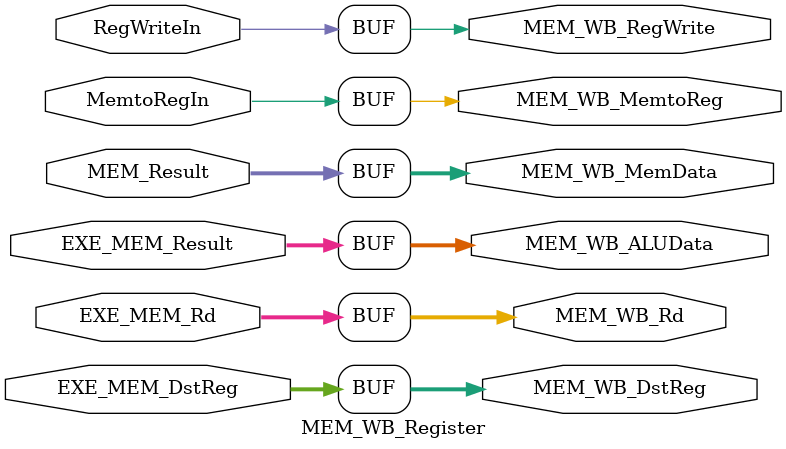
<source format=v>
module MEM_WB_Register (MEM_WB_MemData, MEM_WB_ALUData, MEM_WB_Rd, MEM_WB_DstReg, MEM_WB_MemtoReg, MEM_WB_RegWrite, MEM_Result, EXE_MEM_Result,
								EXE_MEM_Rd, EXE_MEM_DstReg, MemtoRegIn, RegWriteIn);

// input
	input [31:0] MEM_Result, EXE_MEM_Result;
	input [4:0] EXE_MEM_Rd, EXE_MEM_DstReg;
	input MemtoRegIn, RegWriteIn;
	//clk;

// output
	output reg [31:0] MEM_WB_MemData, MEM_WB_ALUData;
	output reg [4:0] MEM_WB_Rd, MEM_WB_DstReg;
	output reg MEM_WB_MemtoReg, MEM_WB_RegWrite;
	
	always @(*)
		begin
			MEM_WB_MemData = MEM_Result;
			MEM_WB_ALUData = EXE_MEM_Result;
			MEM_WB_Rd = EXE_MEM_Rd;
			MEM_WB_DstReg = EXE_MEM_DstReg;
			MEM_WB_MemtoReg = MemtoRegIn;
			MEM_WB_RegWrite = RegWriteIn;
		end

endmodule

</source>
